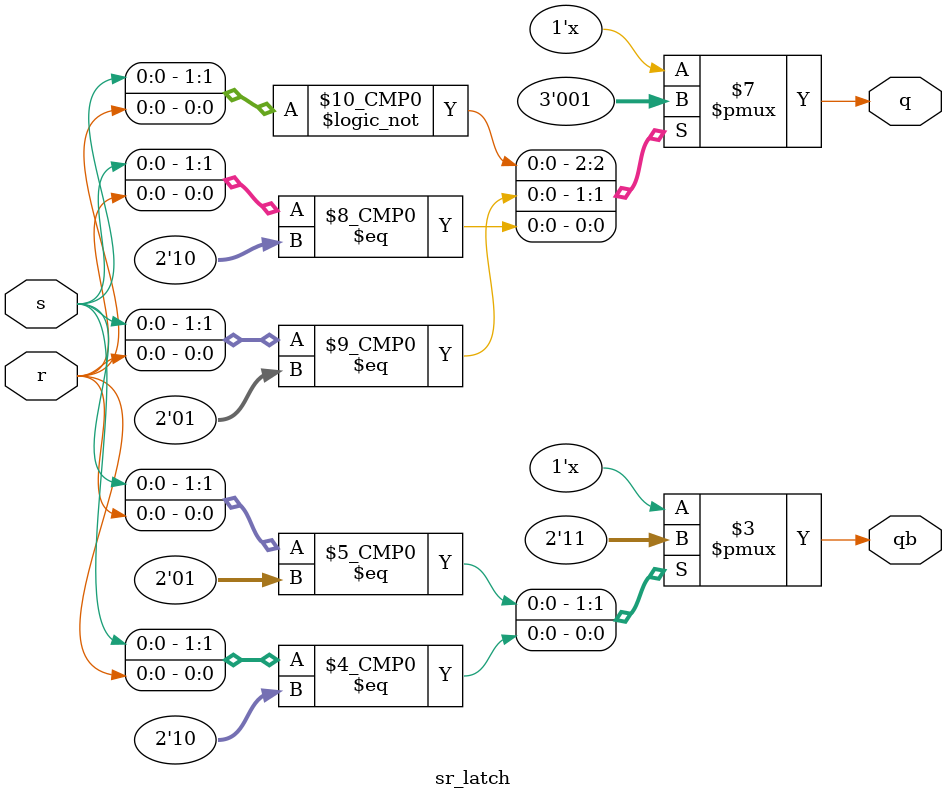
<source format=v>
module sr_latch(s,r,q,qb);
input s,r;
output reg q,qb;

always@(*)
begin
	case({s,r})
		2'b00: q<=0;  
		2'b01: begin q<=1'b0; qb<=1'b1; end
		2'b10: begin q<=1'b1; qb<=~1'b0; end
		2'b11: begin q<=1'bx; qb<=1'bx; end
	endcase
end
endmodule

</source>
